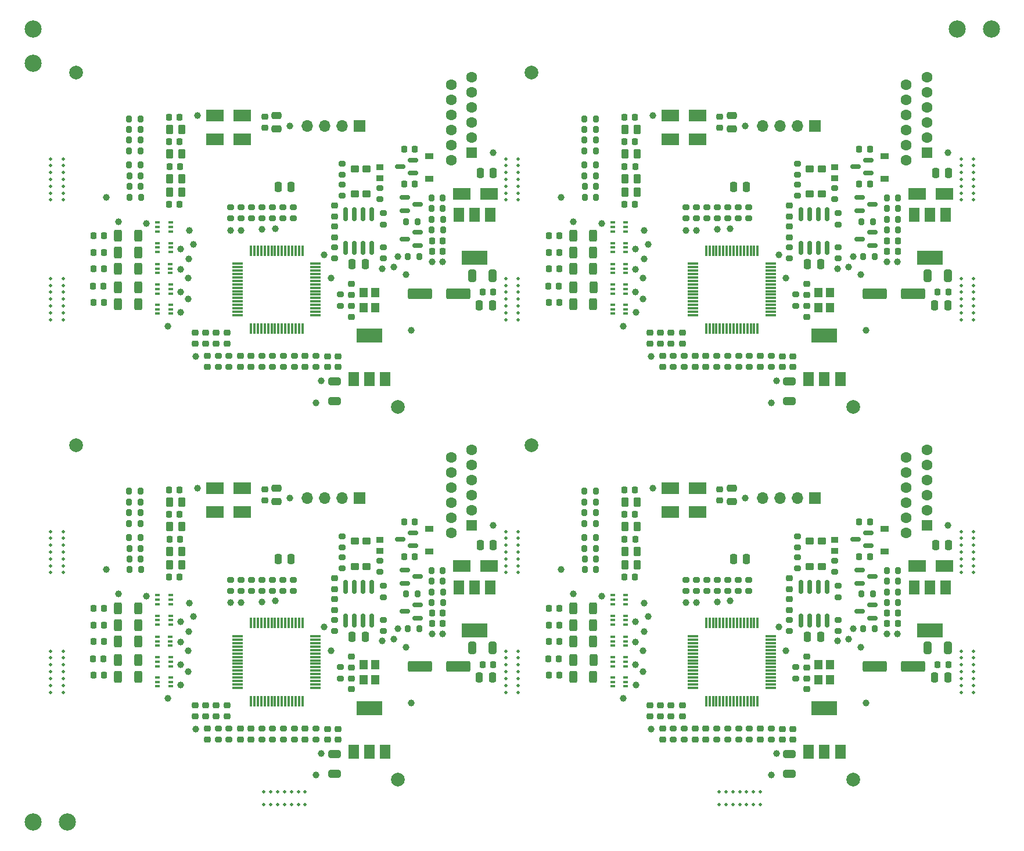
<source format=gbr>
%TF.GenerationSoftware,KiCad,Pcbnew,(6.0.0)*%
%TF.CreationDate,2022-01-03T10:41:28+08:00*%
%TF.ProjectId,SX7H02050048PB,53583748-3032-4303-9530-30343850422e,rev?*%
%TF.SameCoordinates,Original*%
%TF.FileFunction,Soldermask,Bot*%
%TF.FilePolarity,Negative*%
%FSLAX46Y46*%
G04 Gerber Fmt 4.6, Leading zero omitted, Abs format (unit mm)*
G04 Created by KiCad (PCBNEW (6.0.0)) date 2022-01-03 10:41:28*
%MOMM*%
%LPD*%
G01*
G04 APERTURE LIST*
G04 Aperture macros list*
%AMRoundRect*
0 Rectangle with rounded corners*
0 $1 Rounding radius*
0 $2 $3 $4 $5 $6 $7 $8 $9 X,Y pos of 4 corners*
0 Add a 4 corners polygon primitive as box body*
4,1,4,$2,$3,$4,$5,$6,$7,$8,$9,$2,$3,0*
0 Add four circle primitives for the rounded corners*
1,1,$1+$1,$2,$3*
1,1,$1+$1,$4,$5*
1,1,$1+$1,$6,$7*
1,1,$1+$1,$8,$9*
0 Add four rect primitives between the rounded corners*
20,1,$1+$1,$2,$3,$4,$5,0*
20,1,$1+$1,$4,$5,$6,$7,0*
20,1,$1+$1,$6,$7,$8,$9,0*
20,1,$1+$1,$8,$9,$2,$3,0*%
G04 Aperture macros list end*
%ADD10C,0.500000*%
%ADD11R,0.650000X0.400000*%
%ADD12C,2.000000*%
%ADD13C,1.000000*%
%ADD14R,2.500000X1.800000*%
%ADD15RoundRect,0.200000X0.200000X0.275000X-0.200000X0.275000X-0.200000X-0.275000X0.200000X-0.275000X0*%
%ADD16RoundRect,0.225000X-0.250000X0.225000X-0.250000X-0.225000X0.250000X-0.225000X0.250000X0.225000X0*%
%ADD17R,1.500000X2.000000*%
%ADD18R,3.800000X2.000000*%
%ADD19RoundRect,0.250000X-0.312500X-0.625000X0.312500X-0.625000X0.312500X0.625000X-0.312500X0.625000X0*%
%ADD20RoundRect,0.200000X-0.200000X-0.275000X0.200000X-0.275000X0.200000X0.275000X-0.200000X0.275000X0*%
%ADD21RoundRect,0.225000X0.250000X-0.225000X0.250000X0.225000X-0.250000X0.225000X-0.250000X-0.225000X0*%
%ADD22RoundRect,0.250000X1.500000X0.550000X-1.500000X0.550000X-1.500000X-0.550000X1.500000X-0.550000X0*%
%ADD23RoundRect,0.050000X0.525000X0.450000X-0.525000X0.450000X-0.525000X-0.450000X0.525000X-0.450000X0*%
%ADD24RoundRect,0.200000X-0.275000X0.200000X-0.275000X-0.200000X0.275000X-0.200000X0.275000X0.200000X0*%
%ADD25R,1.200000X1.400000*%
%ADD26RoundRect,0.225000X0.225000X0.250000X-0.225000X0.250000X-0.225000X-0.250000X0.225000X-0.250000X0*%
%ADD27RoundRect,0.250000X-0.325000X-0.650000X0.325000X-0.650000X0.325000X0.650000X-0.325000X0.650000X0*%
%ADD28RoundRect,0.225000X-0.225000X-0.250000X0.225000X-0.250000X0.225000X0.250000X-0.225000X0.250000X0*%
%ADD29RoundRect,0.250000X0.262500X0.450000X-0.262500X0.450000X-0.262500X-0.450000X0.262500X-0.450000X0*%
%ADD30RoundRect,0.250000X-0.250000X-0.475000X0.250000X-0.475000X0.250000X0.475000X-0.250000X0.475000X0*%
%ADD31RoundRect,0.250000X-0.650000X0.325000X-0.650000X-0.325000X0.650000X-0.325000X0.650000X0.325000X0*%
%ADD32R,1.000000X0.900000*%
%ADD33RoundRect,0.250000X0.250000X0.475000X-0.250000X0.475000X-0.250000X-0.475000X0.250000X-0.475000X0*%
%ADD34RoundRect,0.150000X-0.587500X-0.150000X0.587500X-0.150000X0.587500X0.150000X-0.587500X0.150000X0*%
%ADD35RoundRect,0.150000X0.587500X0.150000X-0.587500X0.150000X-0.587500X-0.150000X0.587500X-0.150000X0*%
%ADD36RoundRect,0.075000X0.700000X0.075000X-0.700000X0.075000X-0.700000X-0.075000X0.700000X-0.075000X0*%
%ADD37RoundRect,0.075000X0.075000X0.700000X-0.075000X0.700000X-0.075000X-0.700000X0.075000X-0.700000X0*%
%ADD38RoundRect,0.150000X0.150000X-0.825000X0.150000X0.825000X-0.150000X0.825000X-0.150000X-0.825000X0*%
%ADD39RoundRect,0.200000X0.275000X-0.200000X0.275000X0.200000X-0.275000X0.200000X-0.275000X-0.200000X0*%
%ADD40R,1.200000X0.900000*%
%ADD41RoundRect,0.250000X-0.475000X0.250000X-0.475000X-0.250000X0.475000X-0.250000X0.475000X0.250000X0*%
%ADD42R,1.600000X1.600000*%
%ADD43C,1.600000*%
%ADD44R,1.700000X1.700000*%
%ADD45O,1.700000X1.700000*%
%ADD46C,2.500000*%
G04 APERTURE END LIST*
D10*
%TO.C,*%
X128525000Y-135600122D03*
%TD*%
%TO.C,*%
X122525000Y-135600122D03*
%TD*%
%TO.C,*%
X127525000Y-135600122D03*
%TD*%
%TO.C,*%
X123525000Y-135600122D03*
%TD*%
%TO.C,*%
X126525000Y-135600122D03*
%TD*%
%TO.C,*%
X124525000Y-135600122D03*
%TD*%
%TO.C,*%
X125525000Y-135600122D03*
%TD*%
%TO.C,*%
X128525000Y-133800122D03*
%TD*%
%TO.C,*%
X122525000Y-133800122D03*
%TD*%
%TO.C,*%
X127525000Y-133800122D03*
%TD*%
%TO.C,*%
X123525000Y-133800122D03*
%TD*%
%TO.C,*%
X126525000Y-133800122D03*
%TD*%
%TO.C,*%
X124525000Y-133800122D03*
%TD*%
%TO.C,*%
X125525000Y-133800122D03*
%TD*%
%TO.C,*%
X62175000Y-135600122D03*
%TD*%
%TO.C,*%
X56175000Y-135600122D03*
%TD*%
%TO.C,*%
X61175000Y-135600122D03*
%TD*%
%TO.C,*%
X57175000Y-135600122D03*
%TD*%
%TO.C,*%
X60175000Y-135600122D03*
%TD*%
%TO.C,*%
X58175000Y-135600122D03*
%TD*%
%TO.C,*%
X59175000Y-135600122D03*
%TD*%
%TO.C,*%
X62175000Y-133800122D03*
%TD*%
%TO.C,*%
X56175000Y-133800122D03*
%TD*%
%TO.C,*%
X61175000Y-133800122D03*
%TD*%
%TO.C,*%
X57175000Y-133800122D03*
%TD*%
%TO.C,*%
X60175000Y-133800122D03*
%TD*%
%TO.C,*%
X58175000Y-133800122D03*
%TD*%
%TO.C,*%
X59175000Y-133800122D03*
%TD*%
%TO.C,*%
X159600000Y-119250101D03*
%TD*%
%TO.C,*%
X159600000Y-113250101D03*
%TD*%
%TO.C,*%
X159600000Y-118250101D03*
%TD*%
%TO.C,*%
X159600000Y-114250101D03*
%TD*%
%TO.C,*%
X159600000Y-117250101D03*
%TD*%
%TO.C,*%
X159600000Y-115250101D03*
%TD*%
%TO.C,*%
X159600000Y-116250101D03*
%TD*%
%TO.C,*%
X157800000Y-119250101D03*
%TD*%
%TO.C,*%
X157800000Y-113250101D03*
%TD*%
%TO.C,*%
X157800000Y-118250101D03*
%TD*%
%TO.C,*%
X157800000Y-114250101D03*
%TD*%
%TO.C,*%
X157800000Y-117250101D03*
%TD*%
%TO.C,*%
X157800000Y-115250101D03*
%TD*%
%TO.C,*%
X157800000Y-116250101D03*
%TD*%
%TO.C,*%
X159600000Y-101800081D03*
%TD*%
%TO.C,*%
X159600000Y-95800081D03*
%TD*%
%TO.C,*%
X159600000Y-100800081D03*
%TD*%
%TO.C,*%
X159600000Y-96800081D03*
%TD*%
%TO.C,*%
X159600000Y-99800081D03*
%TD*%
%TO.C,*%
X159600000Y-97800081D03*
%TD*%
%TO.C,*%
X159600000Y-98800081D03*
%TD*%
%TO.C,*%
X157800000Y-101800081D03*
%TD*%
%TO.C,*%
X157800000Y-95800081D03*
%TD*%
%TO.C,*%
X157800000Y-100800081D03*
%TD*%
%TO.C,*%
X157800000Y-96800081D03*
%TD*%
%TO.C,*%
X157800000Y-99800081D03*
%TD*%
%TO.C,*%
X157800000Y-97800081D03*
%TD*%
%TO.C,*%
X157800000Y-98800081D03*
%TD*%
%TO.C,*%
X93250000Y-119250101D03*
%TD*%
%TO.C,*%
X93250000Y-113250101D03*
%TD*%
%TO.C,*%
X93250000Y-118250101D03*
%TD*%
%TO.C,*%
X93250000Y-114250101D03*
%TD*%
%TO.C,*%
X93250000Y-117250101D03*
%TD*%
%TO.C,*%
X93250000Y-115250101D03*
%TD*%
%TO.C,*%
X93250000Y-116250101D03*
%TD*%
%TO.C,*%
X91450000Y-119250101D03*
%TD*%
%TO.C,*%
X91450000Y-113250101D03*
%TD*%
%TO.C,*%
X91450000Y-118250101D03*
%TD*%
%TO.C,*%
X91450000Y-114250101D03*
%TD*%
%TO.C,*%
X91450000Y-117250101D03*
%TD*%
%TO.C,*%
X91450000Y-115250101D03*
%TD*%
%TO.C,*%
X91450000Y-116250101D03*
%TD*%
%TO.C,*%
X93250000Y-101800081D03*
%TD*%
%TO.C,*%
X93250000Y-95800081D03*
%TD*%
%TO.C,*%
X93250000Y-100800081D03*
%TD*%
%TO.C,*%
X93250000Y-96800081D03*
%TD*%
%TO.C,*%
X93250000Y-99800081D03*
%TD*%
%TO.C,*%
X93250000Y-97800081D03*
%TD*%
%TO.C,*%
X93250000Y-98800081D03*
%TD*%
%TO.C,*%
X91450000Y-101800081D03*
%TD*%
%TO.C,*%
X91450000Y-95800081D03*
%TD*%
%TO.C,*%
X91450000Y-100800081D03*
%TD*%
%TO.C,*%
X91450000Y-96800081D03*
%TD*%
%TO.C,*%
X91450000Y-99800081D03*
%TD*%
%TO.C,*%
X91450000Y-97800081D03*
%TD*%
%TO.C,*%
X91450000Y-98800081D03*
%TD*%
%TO.C,*%
X26900000Y-119250101D03*
%TD*%
%TO.C,*%
X26900000Y-113250101D03*
%TD*%
%TO.C,*%
X26900000Y-118250101D03*
%TD*%
%TO.C,*%
X26900000Y-114250101D03*
%TD*%
%TO.C,*%
X26900000Y-117250101D03*
%TD*%
%TO.C,*%
X26900000Y-115250101D03*
%TD*%
%TO.C,*%
X26900000Y-116250101D03*
%TD*%
%TO.C,*%
X25100000Y-119250101D03*
%TD*%
%TO.C,*%
X25100000Y-113250101D03*
%TD*%
%TO.C,*%
X25100000Y-118250101D03*
%TD*%
%TO.C,*%
X25100000Y-114250101D03*
%TD*%
%TO.C,*%
X25100000Y-117250101D03*
%TD*%
%TO.C,*%
X25100000Y-115250101D03*
%TD*%
%TO.C,*%
X25100000Y-116250101D03*
%TD*%
%TO.C,*%
X26900000Y-101800081D03*
%TD*%
%TO.C,*%
X26900000Y-95800081D03*
%TD*%
%TO.C,*%
X26900000Y-100800081D03*
%TD*%
%TO.C,*%
X26900000Y-96800081D03*
%TD*%
%TO.C,*%
X26900000Y-99800081D03*
%TD*%
%TO.C,*%
X26900000Y-97800081D03*
%TD*%
%TO.C,*%
X26900000Y-98800081D03*
%TD*%
%TO.C,*%
X25100000Y-101800081D03*
%TD*%
%TO.C,*%
X25100000Y-95800081D03*
%TD*%
%TO.C,*%
X25100000Y-100800081D03*
%TD*%
%TO.C,*%
X25100000Y-96800081D03*
%TD*%
%TO.C,*%
X25100000Y-99800081D03*
%TD*%
%TO.C,*%
X25100000Y-97800081D03*
%TD*%
%TO.C,*%
X25100000Y-98800081D03*
%TD*%
%TO.C,*%
X159600000Y-64900040D03*
%TD*%
%TO.C,*%
X159600000Y-58900040D03*
%TD*%
%TO.C,*%
X159600000Y-63900040D03*
%TD*%
%TO.C,*%
X159600000Y-59900040D03*
%TD*%
%TO.C,*%
X159600000Y-62900040D03*
%TD*%
%TO.C,*%
X159600000Y-60900040D03*
%TD*%
%TO.C,*%
X159600000Y-61900040D03*
%TD*%
%TO.C,*%
X157800000Y-64900040D03*
%TD*%
%TO.C,*%
X157800000Y-58900040D03*
%TD*%
%TO.C,*%
X157800000Y-63900040D03*
%TD*%
%TO.C,*%
X157800000Y-59900040D03*
%TD*%
%TO.C,*%
X157800000Y-62900040D03*
%TD*%
%TO.C,*%
X157800000Y-60900040D03*
%TD*%
%TO.C,*%
X157800000Y-61900040D03*
%TD*%
%TO.C,*%
X159600000Y-47450020D03*
%TD*%
%TO.C,*%
X159600000Y-41450020D03*
%TD*%
%TO.C,*%
X159600000Y-46450020D03*
%TD*%
%TO.C,*%
X159600000Y-42450020D03*
%TD*%
%TO.C,*%
X159600000Y-45450020D03*
%TD*%
%TO.C,*%
X159600000Y-43450020D03*
%TD*%
%TO.C,*%
X159600000Y-44450020D03*
%TD*%
%TO.C,*%
X157800000Y-47450020D03*
%TD*%
%TO.C,*%
X157800000Y-41450020D03*
%TD*%
%TO.C,*%
X157800000Y-46450020D03*
%TD*%
%TO.C,*%
X157800000Y-42450020D03*
%TD*%
%TO.C,*%
X157800000Y-45450020D03*
%TD*%
%TO.C,*%
X157800000Y-43450020D03*
%TD*%
%TO.C,*%
X157800000Y-44450020D03*
%TD*%
%TO.C,*%
X93250000Y-64900040D03*
%TD*%
%TO.C,*%
X93250000Y-58900040D03*
%TD*%
%TO.C,*%
X93250000Y-63900040D03*
%TD*%
%TO.C,*%
X93250000Y-59900040D03*
%TD*%
%TO.C,*%
X93250000Y-62900040D03*
%TD*%
%TO.C,*%
X93250000Y-60900040D03*
%TD*%
%TO.C,*%
X93250000Y-61900040D03*
%TD*%
%TO.C,*%
X91450000Y-64900040D03*
%TD*%
%TO.C,*%
X91450000Y-58900040D03*
%TD*%
%TO.C,*%
X91450000Y-63900040D03*
%TD*%
%TO.C,*%
X91450000Y-59900040D03*
%TD*%
%TO.C,*%
X91450000Y-62900040D03*
%TD*%
%TO.C,*%
X91450000Y-60900040D03*
%TD*%
%TO.C,*%
X91450000Y-61900040D03*
%TD*%
%TO.C,*%
X93250000Y-47450020D03*
%TD*%
%TO.C,*%
X93250000Y-41450020D03*
%TD*%
%TO.C,*%
X93250000Y-46450020D03*
%TD*%
%TO.C,*%
X93250000Y-42450020D03*
%TD*%
%TO.C,*%
X93250000Y-45450020D03*
%TD*%
%TO.C,*%
X93250000Y-43450020D03*
%TD*%
%TO.C,*%
X93250000Y-44450020D03*
%TD*%
%TO.C,*%
X91450000Y-47450020D03*
%TD*%
%TO.C,*%
X91450000Y-41450020D03*
%TD*%
%TO.C,*%
X91450000Y-46450020D03*
%TD*%
%TO.C,*%
X91450000Y-42450020D03*
%TD*%
%TO.C,*%
X91450000Y-45450020D03*
%TD*%
%TO.C,*%
X91450000Y-43450020D03*
%TD*%
%TO.C,*%
X91450000Y-44450020D03*
%TD*%
%TO.C,*%
X26900000Y-64900040D03*
%TD*%
%TO.C,*%
X26900000Y-58900040D03*
%TD*%
%TO.C,*%
X26900000Y-63900040D03*
%TD*%
%TO.C,*%
X26900000Y-59900040D03*
%TD*%
%TO.C,*%
X26900000Y-62900040D03*
%TD*%
%TO.C,*%
X26900000Y-60900040D03*
%TD*%
%TO.C,*%
X26900000Y-61900040D03*
%TD*%
%TO.C,*%
X25100000Y-64900040D03*
%TD*%
%TO.C,*%
X25100000Y-58900040D03*
%TD*%
%TO.C,*%
X25100000Y-63900040D03*
%TD*%
%TO.C,*%
X25100000Y-59900040D03*
%TD*%
%TO.C,*%
X25100000Y-62900040D03*
%TD*%
%TO.C,*%
X25100000Y-60900040D03*
%TD*%
%TO.C,*%
X25100000Y-61900040D03*
%TD*%
%TO.C,*%
X26900000Y-47450020D03*
%TD*%
%TO.C,*%
X26900000Y-41450020D03*
%TD*%
%TO.C,*%
X26900000Y-46450020D03*
%TD*%
%TO.C,*%
X26900000Y-42450020D03*
%TD*%
%TO.C,*%
X26900000Y-45450020D03*
%TD*%
%TO.C,*%
X26900000Y-43450020D03*
%TD*%
%TO.C,*%
X26900000Y-44450020D03*
%TD*%
%TO.C,*%
X25100000Y-47450020D03*
%TD*%
%TO.C,*%
X25100000Y-41450020D03*
%TD*%
%TO.C,*%
X25100000Y-46450020D03*
%TD*%
%TO.C,*%
X25100000Y-42450020D03*
%TD*%
%TO.C,*%
X25100000Y-45450020D03*
%TD*%
%TO.C,*%
X25100000Y-43450020D03*
%TD*%
%TO.C,*%
X25100000Y-44450020D03*
%TD*%
D11*
%TO.C,Q105*%
X107001798Y-118382814D03*
X107001798Y-117732814D03*
X107001798Y-117082814D03*
X108901798Y-117082814D03*
X108901798Y-117732814D03*
X108901798Y-118382814D03*
%TD*%
D12*
%TO.C,MARK3*%
X142056998Y-131987114D03*
%TD*%
D13*
%TO.C,TP86*%
X110396198Y-118168414D03*
%TD*%
D14*
%TO.C,D104*%
X115375998Y-92961114D03*
X119375998Y-92961114D03*
%TD*%
D15*
%TO.C,R123*%
X104527998Y-91502514D03*
X102877998Y-91502514D03*
%TD*%
D16*
%TO.C,C123*%
X117164998Y-121182114D03*
X117164998Y-122732114D03*
%TD*%
D13*
%TO.C,TP15*%
X130118998Y-131355114D03*
%TD*%
D17*
%TO.C,Q102*%
X150932998Y-103948114D03*
X153232998Y-103948114D03*
D18*
X153232998Y-110248114D03*
D17*
X155532998Y-103948114D03*
%TD*%
D19*
%TO.C,R143*%
X101239298Y-106982814D03*
X104164298Y-106982814D03*
%TD*%
D20*
%TO.C,R129*%
X102877998Y-94626714D03*
X104527998Y-94626714D03*
%TD*%
D13*
%TO.C,TP8*%
X142056998Y-110019114D03*
%TD*%
D20*
%TO.C,R128*%
X102890998Y-98258914D03*
X104540998Y-98258914D03*
%TD*%
D21*
%TO.C,C115*%
X135275198Y-118820514D03*
X135275198Y-117270514D03*
%TD*%
D13*
%TO.C,TP82*%
X111576998Y-110429614D03*
%TD*%
D15*
%TO.C,R125*%
X104527998Y-93051914D03*
X102877998Y-93051914D03*
%TD*%
D21*
%TO.C,L102*%
X119069998Y-126108414D03*
X119069998Y-124558414D03*
%TD*%
D22*
%TO.C,C104*%
X150825998Y-115480114D03*
X145225998Y-115480114D03*
%TD*%
D16*
%TO.C,C112*%
X122625998Y-89686114D03*
X122625998Y-91236114D03*
%TD*%
D23*
%TO.C,L104*%
X137490098Y-97230514D03*
X137490098Y-100910514D03*
X135760098Y-100910514D03*
X135760098Y-97230514D03*
%TD*%
D13*
%TO.C,TP24*%
X141421998Y-111543114D03*
%TD*%
D24*
%TO.C,R148*%
X133928998Y-96494114D03*
X133928998Y-98144114D03*
%TD*%
D13*
%TO.C,TP73*%
X105408898Y-105197214D03*
%TD*%
D25*
%TO.C,Y101*%
X138715998Y-115269114D03*
X138715998Y-117469114D03*
X137015998Y-117469114D03*
X137015998Y-115269114D03*
%TD*%
D26*
%TO.C,C142*%
X99131598Y-114409214D03*
X97581598Y-114409214D03*
%TD*%
D13*
%TO.C,TP81*%
X111449998Y-116242114D03*
%TD*%
%TO.C,TP47*%
X99511998Y-101383114D03*
%TD*%
D24*
%TO.C,R117*%
X130118998Y-124508414D03*
X130118998Y-126158414D03*
%TD*%
D27*
%TO.C,C103*%
X152900998Y-112813114D03*
X155850998Y-112813114D03*
%TD*%
D28*
%TO.C,C102*%
X147009398Y-107733114D03*
X148559398Y-107733114D03*
%TD*%
D29*
%TO.C,R130*%
X110584498Y-100697314D03*
X108759498Y-100697314D03*
%TD*%
D13*
%TO.C,TP13*%
X112592998Y-124624114D03*
%TD*%
D30*
%TO.C,C107*%
X153933998Y-117131114D03*
X155833998Y-117131114D03*
%TD*%
D26*
%TO.C,C141*%
X99226798Y-116732814D03*
X97676798Y-116732814D03*
%TD*%
D24*
%TO.C,R108*%
X115844098Y-124508414D03*
X115844098Y-126158414D03*
%TD*%
%TO.C,R139*%
X125360698Y-124508414D03*
X125360698Y-126158414D03*
%TD*%
D28*
%TO.C,C130*%
X108693798Y-93331314D03*
X110243798Y-93331314D03*
%TD*%
D13*
%TO.C,TP75*%
X111606498Y-106264014D03*
%TD*%
%TO.C,TP9*%
X147009998Y-110781114D03*
%TD*%
D26*
%TO.C,L101*%
X148546998Y-109257114D03*
X146996998Y-109257114D03*
%TD*%
%TO.C,C143*%
X99226798Y-109482814D03*
X97676798Y-109482814D03*
%TD*%
D13*
%TO.C,TP69*%
X101289998Y-104939114D03*
%TD*%
D31*
%TO.C,C108*%
X132785998Y-128229114D03*
X132785998Y-131179114D03*
%TD*%
D14*
%TO.C,D102*%
X151359998Y-100875114D03*
X155359998Y-100875114D03*
%TD*%
D21*
%TO.C,C147*%
X132785998Y-107238114D03*
X132785998Y-105688114D03*
%TD*%
D15*
%TO.C,R122*%
X104566398Y-99833714D03*
X102916398Y-99833714D03*
%TD*%
D24*
%TO.C,R107*%
X117418998Y-124508414D03*
X117418998Y-126158414D03*
%TD*%
D13*
%TO.C,TP51*%
X117672998Y-106209114D03*
%TD*%
D24*
%TO.C,R153*%
X132785998Y-108686114D03*
X132785998Y-110336114D03*
%TD*%
D13*
%TO.C,TP76*%
X110345398Y-111920014D03*
%TD*%
D16*
%TO.C,C126*%
X113989998Y-121182114D03*
X113989998Y-122732114D03*
%TD*%
D32*
%TO.C,R149*%
X139389998Y-97027116D03*
X139389998Y-98627118D03*
%TD*%
D16*
%TO.C,C125*%
X115513998Y-121182114D03*
X115513998Y-122732114D03*
%TD*%
D29*
%TO.C,R133*%
X110584498Y-95109314D03*
X108759498Y-95109314D03*
%TD*%
D24*
%TO.C,R137*%
X123774598Y-124508414D03*
X123774598Y-126158414D03*
%TD*%
%TO.C,R113*%
X120720998Y-102844114D03*
X120720998Y-104494114D03*
%TD*%
D13*
%TO.C,TP2*%
X132277998Y-113194114D03*
%TD*%
D16*
%TO.C,C106*%
X114257998Y-124558414D03*
X114257998Y-126108414D03*
%TD*%
D24*
%TO.C,R111*%
X133700398Y-115594914D03*
X133700398Y-117244914D03*
%TD*%
%TO.C,R136*%
X122244998Y-102844114D03*
X122244998Y-104494114D03*
%TD*%
D20*
%TO.C,R104*%
X146959398Y-106153114D03*
X148609398Y-106153114D03*
%TD*%
D21*
%TO.C,C146*%
X132785998Y-104190114D03*
X132785998Y-102640114D03*
%TD*%
D28*
%TO.C,C127*%
X108693798Y-102475314D03*
X110243798Y-102475314D03*
%TD*%
D33*
%TO.C,C101*%
X155960998Y-97827114D03*
X154060998Y-97827114D03*
%TD*%
D12*
%TO.C,MARK4*%
X95162998Y-83187114D03*
%TD*%
D13*
%TO.C,TP94*%
X130880998Y-128180114D03*
%TD*%
D34*
%TO.C,Q101*%
X143024498Y-103349114D03*
X143024498Y-101449114D03*
X144899498Y-102399114D03*
%TD*%
D11*
%TO.C,Q104*%
X106992598Y-112458014D03*
X106992598Y-111808014D03*
X106992598Y-111158014D03*
X108892598Y-111158014D03*
X108892598Y-111808014D03*
X108892598Y-112458014D03*
%TD*%
D19*
%TO.C,R145*%
X101239298Y-116982814D03*
X104164298Y-116982814D03*
%TD*%
D20*
%TO.C,R101*%
X143517998Y-110019114D03*
X145167998Y-110019114D03*
%TD*%
D11*
%TO.C,Q107*%
X107001798Y-109382814D03*
X107001798Y-108732814D03*
X107001798Y-108082814D03*
X108901798Y-108082814D03*
X108901798Y-108732814D03*
X108901798Y-109382814D03*
%TD*%
D35*
%TO.C,D103*%
X144899498Y-106529114D03*
X144899498Y-108429114D03*
X143024498Y-107479114D03*
%TD*%
D36*
%TO.C,U102*%
X130053598Y-111095114D03*
X130053598Y-111595114D03*
X130053598Y-112095114D03*
X130053598Y-112595114D03*
X130053598Y-113095114D03*
X130053598Y-113595114D03*
X130053598Y-114095114D03*
X130053598Y-114595114D03*
X130053598Y-115095114D03*
X130053598Y-115595114D03*
X130053598Y-116095114D03*
X130053598Y-116595114D03*
X130053598Y-117095114D03*
X130053598Y-117595114D03*
X130053598Y-118095114D03*
X130053598Y-118595114D03*
D37*
X128128598Y-120520114D03*
X127628598Y-120520114D03*
X127128598Y-120520114D03*
X126628598Y-120520114D03*
X126128598Y-120520114D03*
X125628598Y-120520114D03*
X125128598Y-120520114D03*
X124628598Y-120520114D03*
X124128598Y-120520114D03*
X123628598Y-120520114D03*
X123128598Y-120520114D03*
X122628598Y-120520114D03*
X122128598Y-120520114D03*
X121628598Y-120520114D03*
X121128598Y-120520114D03*
X120628598Y-120520114D03*
D36*
X118703598Y-118595114D03*
X118703598Y-118095114D03*
X118703598Y-117595114D03*
X118703598Y-117095114D03*
X118703598Y-116595114D03*
X118703598Y-116095114D03*
X118703598Y-115595114D03*
X118703598Y-115095114D03*
X118703598Y-114595114D03*
X118703598Y-114095114D03*
X118703598Y-113595114D03*
X118703598Y-113095114D03*
X118703598Y-112595114D03*
X118703598Y-112095114D03*
X118703598Y-111595114D03*
X118703598Y-111095114D03*
D37*
X120628598Y-109170114D03*
X121128598Y-109170114D03*
X121628598Y-109170114D03*
X122128598Y-109170114D03*
X122628598Y-109170114D03*
X123128598Y-109170114D03*
X123628598Y-109170114D03*
X124128598Y-109170114D03*
X124628598Y-109170114D03*
X125128598Y-109170114D03*
X125628598Y-109170114D03*
X126128598Y-109170114D03*
X126628598Y-109170114D03*
X127128598Y-109170114D03*
X127628598Y-109170114D03*
X128128598Y-109170114D03*
%TD*%
D17*
%TO.C,U101*%
X140165998Y-127901114D03*
D18*
X137865998Y-121601114D03*
D17*
X137865998Y-127901114D03*
X135565998Y-127901114D03*
%TD*%
D28*
%TO.C,C105*%
X154362998Y-115226114D03*
X155912998Y-115226114D03*
%TD*%
D35*
%TO.C,D108*%
X144264498Y-95988114D03*
X144264498Y-97888114D03*
X142389498Y-96938114D03*
%TD*%
D24*
%TO.C,R141*%
X122188498Y-124508414D03*
X122188498Y-126158414D03*
%TD*%
D26*
%TO.C,C140*%
X99217598Y-111822414D03*
X97667598Y-111822414D03*
%TD*%
D15*
%TO.C,R105*%
X148596998Y-101510114D03*
X146946998Y-101510114D03*
%TD*%
D13*
%TO.C,TP58*%
X124149998Y-105955114D03*
%TD*%
D24*
%TO.C,R150*%
X133928998Y-99542114D03*
X133928998Y-101192114D03*
%TD*%
D38*
%TO.C,U104*%
X138246998Y-108811114D03*
X136976998Y-108811114D03*
X135706998Y-108811114D03*
X134436998Y-108811114D03*
X134436998Y-103861114D03*
X135706998Y-103861114D03*
X136976998Y-103861114D03*
X138246998Y-103861114D03*
%TD*%
D21*
%TO.C,C110*%
X131769998Y-126161114D03*
X131769998Y-124611114D03*
%TD*%
D39*
%TO.C,R151*%
X139389998Y-101700114D03*
X139389998Y-100050114D03*
%TD*%
D40*
%TO.C,D101*%
X146628998Y-98715114D03*
X146628998Y-95415114D03*
%TD*%
D19*
%TO.C,R146*%
X101262898Y-114510814D03*
X104187898Y-114510814D03*
%TD*%
D11*
%TO.C,Q103*%
X107001798Y-106382814D03*
X107001798Y-105732814D03*
X107001798Y-105082814D03*
X108901798Y-105082814D03*
X108901798Y-105732814D03*
X108901798Y-106382814D03*
%TD*%
D28*
%TO.C,C128*%
X108693798Y-89775314D03*
X110243798Y-89775314D03*
%TD*%
D11*
%TO.C,Q106*%
X107001798Y-115440214D03*
X107001798Y-114790214D03*
X107001798Y-114140214D03*
X108901798Y-114140214D03*
X108901798Y-114790214D03*
X108901798Y-115440214D03*
%TD*%
D13*
%TO.C,TP16*%
X126308998Y-90969114D03*
%TD*%
D19*
%TO.C,R144*%
X101230098Y-111822414D03*
X104155098Y-111822414D03*
%TD*%
D13*
%TO.C,TP5*%
X143199998Y-112686114D03*
%TD*%
D24*
%TO.C,R142*%
X126946798Y-124508414D03*
X126946798Y-126158414D03*
%TD*%
%TO.C,R114*%
X123768998Y-102844114D03*
X123768998Y-104494114D03*
%TD*%
%TO.C,R135*%
X119196998Y-102844114D03*
X119196998Y-104494114D03*
%TD*%
D19*
%TO.C,R147*%
X101239298Y-109482814D03*
X104164298Y-109482814D03*
%TD*%
D16*
%TO.C,C137*%
X120602398Y-124558414D03*
X120602398Y-126108414D03*
%TD*%
D30*
%TO.C,C132*%
X124596998Y-99859114D03*
X126496998Y-99859114D03*
%TD*%
D13*
%TO.C,TP7*%
X148533998Y-110781114D03*
%TD*%
D21*
%TO.C,C111*%
X133293998Y-126161114D03*
X133293998Y-124611114D03*
%TD*%
D15*
%TO.C,R106*%
X148596998Y-103034114D03*
X146946998Y-103034114D03*
%TD*%
D39*
%TO.C,R115*%
X125292998Y-104494114D03*
X125292998Y-102844114D03*
%TD*%
D15*
%TO.C,R103*%
X148609398Y-104629114D03*
X146959398Y-104629114D03*
%TD*%
D20*
%TO.C,R126*%
X102941798Y-101383114D03*
X104591798Y-101383114D03*
%TD*%
D28*
%TO.C,C145*%
X142932998Y-99478114D03*
X144482998Y-99478114D03*
%TD*%
D41*
%TO.C,C109*%
X124375998Y-89511114D03*
X124375998Y-91411114D03*
%TD*%
D20*
%TO.C,R127*%
X102877998Y-89953114D03*
X104527998Y-89953114D03*
%TD*%
D16*
%TO.C,C114*%
X135275198Y-114070114D03*
X135275198Y-115620114D03*
%TD*%
%TO.C,C124*%
X112465998Y-121182114D03*
X112465998Y-122732114D03*
%TD*%
D14*
%TO.C,D105*%
X115375998Y-89461114D03*
X119375998Y-89461114D03*
%TD*%
D13*
%TO.C,TP60*%
X122244998Y-106082114D03*
%TD*%
D16*
%TO.C,C138*%
X128532898Y-124558414D03*
X128532898Y-126108414D03*
%TD*%
D13*
%TO.C,TP4*%
X155899998Y-94906114D03*
%TD*%
D29*
%TO.C,R131*%
X110584498Y-91553314D03*
X108759498Y-91553314D03*
%TD*%
D13*
%TO.C,TP17*%
X112858998Y-89454114D03*
%TD*%
%TO.C,TP71*%
X111449998Y-113194114D03*
%TD*%
D29*
%TO.C,R132*%
X110584498Y-98716114D03*
X108759498Y-98716114D03*
%TD*%
D13*
%TO.C,TP25*%
X131261998Y-109765114D03*
%TD*%
D26*
%TO.C,C139*%
X99226798Y-106982814D03*
X97676798Y-106982814D03*
%TD*%
D13*
%TO.C,TP88*%
X110345398Y-108922814D03*
%TD*%
D20*
%TO.C,R102*%
X143263998Y-104939114D03*
X144913998Y-104939114D03*
%TD*%
D24*
%TO.C,R152*%
X139897998Y-103733114D03*
X139897998Y-105383114D03*
%TD*%
D13*
%TO.C,TP80*%
X108528998Y-120179114D03*
%TD*%
D24*
%TO.C,R154*%
X139897998Y-108686114D03*
X139897998Y-110336114D03*
%TD*%
D13*
%TO.C,TP72*%
X112211998Y-108241114D03*
%TD*%
%TO.C,TP57*%
X119196998Y-106209114D03*
%TD*%
D28*
%TO.C,C129*%
X108744598Y-96938114D03*
X110294598Y-96938114D03*
%TD*%
D26*
%TO.C,C144*%
X144482998Y-94398114D03*
X142932998Y-94398114D03*
%TD*%
D39*
%TO.C,R134*%
X117672998Y-104494114D03*
X117672998Y-102844114D03*
%TD*%
%TO.C,L105*%
X126816998Y-104494114D03*
X126816998Y-102844114D03*
%TD*%
D15*
%TO.C,R124*%
X104527998Y-96709514D03*
X102877998Y-96709514D03*
%TD*%
D30*
%TO.C,C148*%
X135391998Y-111162114D03*
X137291998Y-111162114D03*
%TD*%
D13*
%TO.C,TP12*%
X143961998Y-120814114D03*
%TD*%
%TO.C,TP23*%
X139770998Y-111797114D03*
%TD*%
%TO.C,TP87*%
X110345398Y-115222014D03*
%TD*%
D42*
%TO.C,J1*%
X152812998Y-94937114D03*
D43*
X152812998Y-92737114D03*
X152812998Y-90537114D03*
X152812998Y-88337114D03*
X152812998Y-86137114D03*
X152812998Y-83937114D03*
X149812998Y-96037114D03*
X149812998Y-93837114D03*
X149812998Y-91637114D03*
X149812998Y-89437114D03*
X149812998Y-87237114D03*
X149812998Y-85037114D03*
%TD*%
D44*
%TO.C,J101*%
X136458998Y-90969114D03*
D45*
X133918998Y-90969114D03*
X131378998Y-90969114D03*
X128838998Y-90969114D03*
%TD*%
D11*
%TO.C,Q105*%
X40651798Y-118382814D03*
X40651798Y-117732814D03*
X40651798Y-117082814D03*
X42551798Y-117082814D03*
X42551798Y-117732814D03*
X42551798Y-118382814D03*
%TD*%
D12*
%TO.C,MARK3*%
X75706998Y-131987114D03*
%TD*%
D13*
%TO.C,TP86*%
X44046198Y-118168414D03*
%TD*%
D14*
%TO.C,D104*%
X49025998Y-92961114D03*
X53025998Y-92961114D03*
%TD*%
D15*
%TO.C,R123*%
X38177998Y-91502514D03*
X36527998Y-91502514D03*
%TD*%
D16*
%TO.C,C123*%
X50814998Y-121182114D03*
X50814998Y-122732114D03*
%TD*%
D13*
%TO.C,TP15*%
X63768998Y-131355114D03*
%TD*%
D17*
%TO.C,Q102*%
X84582998Y-103948114D03*
X86882998Y-103948114D03*
D18*
X86882998Y-110248114D03*
D17*
X89182998Y-103948114D03*
%TD*%
D19*
%TO.C,R143*%
X34889298Y-106982814D03*
X37814298Y-106982814D03*
%TD*%
D20*
%TO.C,R129*%
X36527998Y-94626714D03*
X38177998Y-94626714D03*
%TD*%
D13*
%TO.C,TP8*%
X75706998Y-110019114D03*
%TD*%
D20*
%TO.C,R128*%
X36540998Y-98258914D03*
X38190998Y-98258914D03*
%TD*%
D21*
%TO.C,C115*%
X68925198Y-118820514D03*
X68925198Y-117270514D03*
%TD*%
D13*
%TO.C,TP82*%
X45226998Y-110429614D03*
%TD*%
D15*
%TO.C,R125*%
X38177998Y-93051914D03*
X36527998Y-93051914D03*
%TD*%
D21*
%TO.C,L102*%
X52719998Y-126108414D03*
X52719998Y-124558414D03*
%TD*%
D22*
%TO.C,C104*%
X84475998Y-115480114D03*
X78875998Y-115480114D03*
%TD*%
D16*
%TO.C,C112*%
X56275998Y-89686114D03*
X56275998Y-91236114D03*
%TD*%
D23*
%TO.C,L104*%
X71140098Y-97230514D03*
X71140098Y-100910514D03*
X69410098Y-100910514D03*
X69410098Y-97230514D03*
%TD*%
D13*
%TO.C,TP24*%
X75071998Y-111543114D03*
%TD*%
D24*
%TO.C,R148*%
X67578998Y-96494114D03*
X67578998Y-98144114D03*
%TD*%
D13*
%TO.C,TP73*%
X39058898Y-105197214D03*
%TD*%
D25*
%TO.C,Y101*%
X72365998Y-115269114D03*
X72365998Y-117469114D03*
X70665998Y-117469114D03*
X70665998Y-115269114D03*
%TD*%
D26*
%TO.C,C142*%
X32781598Y-114409214D03*
X31231598Y-114409214D03*
%TD*%
D13*
%TO.C,TP81*%
X45099998Y-116242114D03*
%TD*%
%TO.C,TP47*%
X33161998Y-101383114D03*
%TD*%
D24*
%TO.C,R117*%
X63768998Y-124508414D03*
X63768998Y-126158414D03*
%TD*%
D27*
%TO.C,C103*%
X86550998Y-112813114D03*
X89500998Y-112813114D03*
%TD*%
D28*
%TO.C,C102*%
X80659398Y-107733114D03*
X82209398Y-107733114D03*
%TD*%
D29*
%TO.C,R130*%
X44234498Y-100697314D03*
X42409498Y-100697314D03*
%TD*%
D13*
%TO.C,TP13*%
X46242998Y-124624114D03*
%TD*%
D30*
%TO.C,C107*%
X87583998Y-117131114D03*
X89483998Y-117131114D03*
%TD*%
D26*
%TO.C,C141*%
X32876798Y-116732814D03*
X31326798Y-116732814D03*
%TD*%
D24*
%TO.C,R108*%
X49494098Y-124508414D03*
X49494098Y-126158414D03*
%TD*%
%TO.C,R139*%
X59010698Y-124508414D03*
X59010698Y-126158414D03*
%TD*%
D28*
%TO.C,C130*%
X42343798Y-93331314D03*
X43893798Y-93331314D03*
%TD*%
D13*
%TO.C,TP75*%
X45256498Y-106264014D03*
%TD*%
%TO.C,TP9*%
X80659998Y-110781114D03*
%TD*%
D26*
%TO.C,L101*%
X82196998Y-109257114D03*
X80646998Y-109257114D03*
%TD*%
%TO.C,C143*%
X32876798Y-109482814D03*
X31326798Y-109482814D03*
%TD*%
D13*
%TO.C,TP69*%
X34939998Y-104939114D03*
%TD*%
D31*
%TO.C,C108*%
X66435998Y-128229114D03*
X66435998Y-131179114D03*
%TD*%
D14*
%TO.C,D102*%
X85009998Y-100875114D03*
X89009998Y-100875114D03*
%TD*%
D21*
%TO.C,C147*%
X66435998Y-107238114D03*
X66435998Y-105688114D03*
%TD*%
D15*
%TO.C,R122*%
X38216398Y-99833714D03*
X36566398Y-99833714D03*
%TD*%
D24*
%TO.C,R107*%
X51068998Y-124508414D03*
X51068998Y-126158414D03*
%TD*%
D13*
%TO.C,TP51*%
X51322998Y-106209114D03*
%TD*%
D24*
%TO.C,R153*%
X66435998Y-108686114D03*
X66435998Y-110336114D03*
%TD*%
D13*
%TO.C,TP76*%
X43995398Y-111920014D03*
%TD*%
D16*
%TO.C,C126*%
X47639998Y-121182114D03*
X47639998Y-122732114D03*
%TD*%
D32*
%TO.C,R149*%
X73039998Y-97027116D03*
X73039998Y-98627118D03*
%TD*%
D16*
%TO.C,C125*%
X49163998Y-121182114D03*
X49163998Y-122732114D03*
%TD*%
D29*
%TO.C,R133*%
X44234498Y-95109314D03*
X42409498Y-95109314D03*
%TD*%
D24*
%TO.C,R137*%
X57424598Y-124508414D03*
X57424598Y-126158414D03*
%TD*%
%TO.C,R113*%
X54370998Y-102844114D03*
X54370998Y-104494114D03*
%TD*%
D13*
%TO.C,TP2*%
X65927998Y-113194114D03*
%TD*%
D16*
%TO.C,C106*%
X47907998Y-124558414D03*
X47907998Y-126108414D03*
%TD*%
D24*
%TO.C,R111*%
X67350398Y-115594914D03*
X67350398Y-117244914D03*
%TD*%
%TO.C,R136*%
X55894998Y-102844114D03*
X55894998Y-104494114D03*
%TD*%
D20*
%TO.C,R104*%
X80609398Y-106153114D03*
X82259398Y-106153114D03*
%TD*%
D21*
%TO.C,C146*%
X66435998Y-104190114D03*
X66435998Y-102640114D03*
%TD*%
D28*
%TO.C,C127*%
X42343798Y-102475314D03*
X43893798Y-102475314D03*
%TD*%
D33*
%TO.C,C101*%
X89610998Y-97827114D03*
X87710998Y-97827114D03*
%TD*%
D12*
%TO.C,MARK4*%
X28812998Y-83187114D03*
%TD*%
D13*
%TO.C,TP94*%
X64530998Y-128180114D03*
%TD*%
D34*
%TO.C,Q101*%
X76674498Y-103349114D03*
X76674498Y-101449114D03*
X78549498Y-102399114D03*
%TD*%
D11*
%TO.C,Q104*%
X40642598Y-112458014D03*
X40642598Y-111808014D03*
X40642598Y-111158014D03*
X42542598Y-111158014D03*
X42542598Y-111808014D03*
X42542598Y-112458014D03*
%TD*%
D19*
%TO.C,R145*%
X34889298Y-116982814D03*
X37814298Y-116982814D03*
%TD*%
D20*
%TO.C,R101*%
X77167998Y-110019114D03*
X78817998Y-110019114D03*
%TD*%
D11*
%TO.C,Q107*%
X40651798Y-109382814D03*
X40651798Y-108732814D03*
X40651798Y-108082814D03*
X42551798Y-108082814D03*
X42551798Y-108732814D03*
X42551798Y-109382814D03*
%TD*%
D35*
%TO.C,D103*%
X78549498Y-106529114D03*
X78549498Y-108429114D03*
X76674498Y-107479114D03*
%TD*%
D36*
%TO.C,U102*%
X63703598Y-111095114D03*
X63703598Y-111595114D03*
X63703598Y-112095114D03*
X63703598Y-112595114D03*
X63703598Y-113095114D03*
X63703598Y-113595114D03*
X63703598Y-114095114D03*
X63703598Y-114595114D03*
X63703598Y-115095114D03*
X63703598Y-115595114D03*
X63703598Y-116095114D03*
X63703598Y-116595114D03*
X63703598Y-117095114D03*
X63703598Y-117595114D03*
X63703598Y-118095114D03*
X63703598Y-118595114D03*
D37*
X61778598Y-120520114D03*
X61278598Y-120520114D03*
X60778598Y-120520114D03*
X60278598Y-120520114D03*
X59778598Y-120520114D03*
X59278598Y-120520114D03*
X58778598Y-120520114D03*
X58278598Y-120520114D03*
X57778598Y-120520114D03*
X57278598Y-120520114D03*
X56778598Y-120520114D03*
X56278598Y-120520114D03*
X55778598Y-120520114D03*
X55278598Y-120520114D03*
X54778598Y-120520114D03*
X54278598Y-120520114D03*
D36*
X52353598Y-118595114D03*
X52353598Y-118095114D03*
X52353598Y-117595114D03*
X52353598Y-117095114D03*
X52353598Y-116595114D03*
X52353598Y-116095114D03*
X52353598Y-115595114D03*
X52353598Y-115095114D03*
X52353598Y-114595114D03*
X52353598Y-114095114D03*
X52353598Y-113595114D03*
X52353598Y-113095114D03*
X52353598Y-112595114D03*
X52353598Y-112095114D03*
X52353598Y-111595114D03*
X52353598Y-111095114D03*
D37*
X54278598Y-109170114D03*
X54778598Y-109170114D03*
X55278598Y-109170114D03*
X55778598Y-109170114D03*
X56278598Y-109170114D03*
X56778598Y-109170114D03*
X57278598Y-109170114D03*
X57778598Y-109170114D03*
X58278598Y-109170114D03*
X58778598Y-109170114D03*
X59278598Y-109170114D03*
X59778598Y-109170114D03*
X60278598Y-109170114D03*
X60778598Y-109170114D03*
X61278598Y-109170114D03*
X61778598Y-109170114D03*
%TD*%
D17*
%TO.C,U101*%
X73815998Y-127901114D03*
D18*
X71515998Y-121601114D03*
D17*
X71515998Y-127901114D03*
X69215998Y-127901114D03*
%TD*%
D28*
%TO.C,C105*%
X88012998Y-115226114D03*
X89562998Y-115226114D03*
%TD*%
D35*
%TO.C,D108*%
X77914498Y-95988114D03*
X77914498Y-97888114D03*
X76039498Y-96938114D03*
%TD*%
D24*
%TO.C,R141*%
X55838498Y-124508414D03*
X55838498Y-126158414D03*
%TD*%
D26*
%TO.C,C140*%
X32867598Y-111822414D03*
X31317598Y-111822414D03*
%TD*%
D15*
%TO.C,R105*%
X82246998Y-101510114D03*
X80596998Y-101510114D03*
%TD*%
D13*
%TO.C,TP58*%
X57799998Y-105955114D03*
%TD*%
D24*
%TO.C,R150*%
X67578998Y-99542114D03*
X67578998Y-101192114D03*
%TD*%
D38*
%TO.C,U104*%
X71896998Y-108811114D03*
X70626998Y-108811114D03*
X69356998Y-108811114D03*
X68086998Y-108811114D03*
X68086998Y-103861114D03*
X69356998Y-103861114D03*
X70626998Y-103861114D03*
X71896998Y-103861114D03*
%TD*%
D21*
%TO.C,C110*%
X65419998Y-126161114D03*
X65419998Y-124611114D03*
%TD*%
D39*
%TO.C,R151*%
X73039998Y-101700114D03*
X73039998Y-100050114D03*
%TD*%
D40*
%TO.C,D101*%
X80278998Y-98715114D03*
X80278998Y-95415114D03*
%TD*%
D19*
%TO.C,R146*%
X34912898Y-114510814D03*
X37837898Y-114510814D03*
%TD*%
D11*
%TO.C,Q103*%
X40651798Y-106382814D03*
X40651798Y-105732814D03*
X40651798Y-105082814D03*
X42551798Y-105082814D03*
X42551798Y-105732814D03*
X42551798Y-106382814D03*
%TD*%
D28*
%TO.C,C128*%
X42343798Y-89775314D03*
X43893798Y-89775314D03*
%TD*%
D11*
%TO.C,Q106*%
X40651798Y-115440214D03*
X40651798Y-114790214D03*
X40651798Y-114140214D03*
X42551798Y-114140214D03*
X42551798Y-114790214D03*
X42551798Y-115440214D03*
%TD*%
D13*
%TO.C,TP16*%
X59958998Y-90969114D03*
%TD*%
D19*
%TO.C,R144*%
X34880098Y-111822414D03*
X37805098Y-111822414D03*
%TD*%
D13*
%TO.C,TP5*%
X76849998Y-112686114D03*
%TD*%
D24*
%TO.C,R142*%
X60596798Y-124508414D03*
X60596798Y-126158414D03*
%TD*%
%TO.C,R114*%
X57418998Y-102844114D03*
X57418998Y-104494114D03*
%TD*%
%TO.C,R135*%
X52846998Y-102844114D03*
X52846998Y-104494114D03*
%TD*%
D19*
%TO.C,R147*%
X34889298Y-109482814D03*
X37814298Y-109482814D03*
%TD*%
D16*
%TO.C,C137*%
X54252398Y-124558414D03*
X54252398Y-126108414D03*
%TD*%
D30*
%TO.C,C132*%
X58246998Y-99859114D03*
X60146998Y-99859114D03*
%TD*%
D13*
%TO.C,TP7*%
X82183998Y-110781114D03*
%TD*%
D21*
%TO.C,C111*%
X66943998Y-126161114D03*
X66943998Y-124611114D03*
%TD*%
D15*
%TO.C,R106*%
X82246998Y-103034114D03*
X80596998Y-103034114D03*
%TD*%
D39*
%TO.C,R115*%
X58942998Y-104494114D03*
X58942998Y-102844114D03*
%TD*%
D15*
%TO.C,R103*%
X82259398Y-104629114D03*
X80609398Y-104629114D03*
%TD*%
D20*
%TO.C,R126*%
X36591798Y-101383114D03*
X38241798Y-101383114D03*
%TD*%
D28*
%TO.C,C145*%
X76582998Y-99478114D03*
X78132998Y-99478114D03*
%TD*%
D41*
%TO.C,C109*%
X58025998Y-89511114D03*
X58025998Y-91411114D03*
%TD*%
D20*
%TO.C,R127*%
X36527998Y-89953114D03*
X38177998Y-89953114D03*
%TD*%
D16*
%TO.C,C114*%
X68925198Y-114070114D03*
X68925198Y-115620114D03*
%TD*%
%TO.C,C124*%
X46115998Y-121182114D03*
X46115998Y-122732114D03*
%TD*%
D14*
%TO.C,D105*%
X49025998Y-89461114D03*
X53025998Y-89461114D03*
%TD*%
D13*
%TO.C,TP60*%
X55894998Y-106082114D03*
%TD*%
D16*
%TO.C,C138*%
X62182898Y-124558414D03*
X62182898Y-126108414D03*
%TD*%
D13*
%TO.C,TP4*%
X89549998Y-94906114D03*
%TD*%
D29*
%TO.C,R131*%
X44234498Y-91553314D03*
X42409498Y-91553314D03*
%TD*%
D13*
%TO.C,TP17*%
X46508998Y-89454114D03*
%TD*%
%TO.C,TP71*%
X45099998Y-113194114D03*
%TD*%
D29*
%TO.C,R132*%
X44234498Y-98716114D03*
X42409498Y-98716114D03*
%TD*%
D13*
%TO.C,TP25*%
X64911998Y-109765114D03*
%TD*%
D26*
%TO.C,C139*%
X32876798Y-106982814D03*
X31326798Y-106982814D03*
%TD*%
D13*
%TO.C,TP88*%
X43995398Y-108922814D03*
%TD*%
D20*
%TO.C,R102*%
X76913998Y-104939114D03*
X78563998Y-104939114D03*
%TD*%
D24*
%TO.C,R152*%
X73547998Y-103733114D03*
X73547998Y-105383114D03*
%TD*%
D13*
%TO.C,TP80*%
X42178998Y-120179114D03*
%TD*%
D24*
%TO.C,R154*%
X73547998Y-108686114D03*
X73547998Y-110336114D03*
%TD*%
D13*
%TO.C,TP72*%
X45861998Y-108241114D03*
%TD*%
%TO.C,TP57*%
X52846998Y-106209114D03*
%TD*%
D28*
%TO.C,C129*%
X42394598Y-96938114D03*
X43944598Y-96938114D03*
%TD*%
D26*
%TO.C,C144*%
X78132998Y-94398114D03*
X76582998Y-94398114D03*
%TD*%
D39*
%TO.C,R134*%
X51322998Y-104494114D03*
X51322998Y-102844114D03*
%TD*%
%TO.C,L105*%
X60466998Y-104494114D03*
X60466998Y-102844114D03*
%TD*%
D15*
%TO.C,R124*%
X38177998Y-96709514D03*
X36527998Y-96709514D03*
%TD*%
D30*
%TO.C,C148*%
X69041998Y-111162114D03*
X70941998Y-111162114D03*
%TD*%
D13*
%TO.C,TP12*%
X77611998Y-120814114D03*
%TD*%
%TO.C,TP23*%
X73420998Y-111797114D03*
%TD*%
%TO.C,TP87*%
X43995398Y-115222014D03*
%TD*%
D42*
%TO.C,J1*%
X86462998Y-94937114D03*
D43*
X86462998Y-92737114D03*
X86462998Y-90537114D03*
X86462998Y-88337114D03*
X86462998Y-86137114D03*
X86462998Y-83937114D03*
X83462998Y-96037114D03*
X83462998Y-93837114D03*
X83462998Y-91637114D03*
X83462998Y-89437114D03*
X83462998Y-87237114D03*
X83462998Y-85037114D03*
%TD*%
D44*
%TO.C,J101*%
X70108998Y-90969114D03*
D45*
X67568998Y-90969114D03*
X65028998Y-90969114D03*
X62488998Y-90969114D03*
%TD*%
D11*
%TO.C,Q105*%
X107001798Y-64032753D03*
X107001798Y-63382753D03*
X107001798Y-62732753D03*
X108901798Y-62732753D03*
X108901798Y-63382753D03*
X108901798Y-64032753D03*
%TD*%
D12*
%TO.C,MARK3*%
X142056998Y-77637053D03*
%TD*%
D13*
%TO.C,TP86*%
X110396198Y-63818353D03*
%TD*%
D14*
%TO.C,D104*%
X115375998Y-38611053D03*
X119375998Y-38611053D03*
%TD*%
D15*
%TO.C,R123*%
X104527998Y-37152453D03*
X102877998Y-37152453D03*
%TD*%
D16*
%TO.C,C123*%
X117164998Y-66832053D03*
X117164998Y-68382053D03*
%TD*%
D13*
%TO.C,TP15*%
X130118998Y-77005053D03*
%TD*%
D17*
%TO.C,Q102*%
X150932998Y-49598053D03*
X153232998Y-49598053D03*
D18*
X153232998Y-55898053D03*
D17*
X155532998Y-49598053D03*
%TD*%
D19*
%TO.C,R143*%
X101239298Y-52632753D03*
X104164298Y-52632753D03*
%TD*%
D20*
%TO.C,R129*%
X102877998Y-40276653D03*
X104527998Y-40276653D03*
%TD*%
D13*
%TO.C,TP8*%
X142056998Y-55669053D03*
%TD*%
D20*
%TO.C,R128*%
X102890998Y-43908853D03*
X104540998Y-43908853D03*
%TD*%
D21*
%TO.C,C115*%
X135275198Y-64470453D03*
X135275198Y-62920453D03*
%TD*%
D13*
%TO.C,TP82*%
X111576998Y-56079553D03*
%TD*%
D15*
%TO.C,R125*%
X104527998Y-38701853D03*
X102877998Y-38701853D03*
%TD*%
D21*
%TO.C,L102*%
X119069998Y-71758353D03*
X119069998Y-70208353D03*
%TD*%
D22*
%TO.C,C104*%
X150825998Y-61130053D03*
X145225998Y-61130053D03*
%TD*%
D16*
%TO.C,C112*%
X122625998Y-35336053D03*
X122625998Y-36886053D03*
%TD*%
D23*
%TO.C,L104*%
X137490098Y-42880453D03*
X137490098Y-46560453D03*
X135760098Y-46560453D03*
X135760098Y-42880453D03*
%TD*%
D13*
%TO.C,TP24*%
X141421998Y-57193053D03*
%TD*%
D24*
%TO.C,R148*%
X133928998Y-42144053D03*
X133928998Y-43794053D03*
%TD*%
D13*
%TO.C,TP73*%
X105408898Y-50847153D03*
%TD*%
D25*
%TO.C,Y101*%
X138715998Y-60919053D03*
X138715998Y-63119053D03*
X137015998Y-63119053D03*
X137015998Y-60919053D03*
%TD*%
D26*
%TO.C,C142*%
X99131598Y-60059153D03*
X97581598Y-60059153D03*
%TD*%
D13*
%TO.C,TP81*%
X111449998Y-61892053D03*
%TD*%
%TO.C,TP47*%
X99511998Y-47033053D03*
%TD*%
D24*
%TO.C,R117*%
X130118998Y-70158353D03*
X130118998Y-71808353D03*
%TD*%
D27*
%TO.C,C103*%
X152900998Y-58463053D03*
X155850998Y-58463053D03*
%TD*%
D28*
%TO.C,C102*%
X147009398Y-53383053D03*
X148559398Y-53383053D03*
%TD*%
D29*
%TO.C,R130*%
X110584498Y-46347253D03*
X108759498Y-46347253D03*
%TD*%
D13*
%TO.C,TP13*%
X112592998Y-70274053D03*
%TD*%
D30*
%TO.C,C107*%
X153933998Y-62781053D03*
X155833998Y-62781053D03*
%TD*%
D26*
%TO.C,C141*%
X99226798Y-62382753D03*
X97676798Y-62382753D03*
%TD*%
D24*
%TO.C,R108*%
X115844098Y-70158353D03*
X115844098Y-71808353D03*
%TD*%
%TO.C,R139*%
X125360698Y-70158353D03*
X125360698Y-71808353D03*
%TD*%
D28*
%TO.C,C130*%
X108693798Y-38981253D03*
X110243798Y-38981253D03*
%TD*%
D13*
%TO.C,TP75*%
X111606498Y-51913953D03*
%TD*%
%TO.C,TP9*%
X147009998Y-56431053D03*
%TD*%
D26*
%TO.C,L101*%
X148546998Y-54907053D03*
X146996998Y-54907053D03*
%TD*%
%TO.C,C143*%
X99226798Y-55132753D03*
X97676798Y-55132753D03*
%TD*%
D13*
%TO.C,TP69*%
X101289998Y-50589053D03*
%TD*%
D31*
%TO.C,C108*%
X132785998Y-73879053D03*
X132785998Y-76829053D03*
%TD*%
D14*
%TO.C,D102*%
X151359998Y-46525053D03*
X155359998Y-46525053D03*
%TD*%
D21*
%TO.C,C147*%
X132785998Y-52888053D03*
X132785998Y-51338053D03*
%TD*%
D15*
%TO.C,R122*%
X104566398Y-45483653D03*
X102916398Y-45483653D03*
%TD*%
D24*
%TO.C,R107*%
X117418998Y-70158353D03*
X117418998Y-71808353D03*
%TD*%
D13*
%TO.C,TP51*%
X117672998Y-51859053D03*
%TD*%
D24*
%TO.C,R153*%
X132785998Y-54336053D03*
X132785998Y-55986053D03*
%TD*%
D13*
%TO.C,TP76*%
X110345398Y-57569953D03*
%TD*%
D16*
%TO.C,C126*%
X113989998Y-66832053D03*
X113989998Y-68382053D03*
%TD*%
D32*
%TO.C,R149*%
X139389998Y-42677055D03*
X139389998Y-44277057D03*
%TD*%
D16*
%TO.C,C125*%
X115513998Y-66832053D03*
X115513998Y-68382053D03*
%TD*%
D29*
%TO.C,R133*%
X110584498Y-40759253D03*
X108759498Y-40759253D03*
%TD*%
D24*
%TO.C,R137*%
X123774598Y-70158353D03*
X123774598Y-71808353D03*
%TD*%
%TO.C,R113*%
X120720998Y-48494053D03*
X120720998Y-50144053D03*
%TD*%
D13*
%TO.C,TP2*%
X132277998Y-58844053D03*
%TD*%
D16*
%TO.C,C106*%
X114257998Y-70208353D03*
X114257998Y-71758353D03*
%TD*%
D24*
%TO.C,R111*%
X133700398Y-61244853D03*
X133700398Y-62894853D03*
%TD*%
%TO.C,R136*%
X122244998Y-48494053D03*
X122244998Y-50144053D03*
%TD*%
D20*
%TO.C,R104*%
X146959398Y-51803053D03*
X148609398Y-51803053D03*
%TD*%
D21*
%TO.C,C146*%
X132785998Y-49840053D03*
X132785998Y-48290053D03*
%TD*%
D28*
%TO.C,C127*%
X108693798Y-48125253D03*
X110243798Y-48125253D03*
%TD*%
D33*
%TO.C,C101*%
X155960998Y-43477053D03*
X154060998Y-43477053D03*
%TD*%
D12*
%TO.C,MARK4*%
X95162998Y-28837053D03*
%TD*%
D13*
%TO.C,TP94*%
X130880998Y-73830053D03*
%TD*%
D34*
%TO.C,Q101*%
X143024498Y-48999053D03*
X143024498Y-47099053D03*
X144899498Y-48049053D03*
%TD*%
D11*
%TO.C,Q104*%
X106992598Y-58107953D03*
X106992598Y-57457953D03*
X106992598Y-56807953D03*
X108892598Y-56807953D03*
X108892598Y-57457953D03*
X108892598Y-58107953D03*
%TD*%
D19*
%TO.C,R145*%
X101239298Y-62632753D03*
X104164298Y-62632753D03*
%TD*%
D20*
%TO.C,R101*%
X143517998Y-55669053D03*
X145167998Y-55669053D03*
%TD*%
D11*
%TO.C,Q107*%
X107001798Y-55032753D03*
X107001798Y-54382753D03*
X107001798Y-53732753D03*
X108901798Y-53732753D03*
X108901798Y-54382753D03*
X108901798Y-55032753D03*
%TD*%
D35*
%TO.C,D103*%
X144899498Y-52179053D03*
X144899498Y-54079053D03*
X143024498Y-53129053D03*
%TD*%
D36*
%TO.C,U102*%
X130053598Y-56745053D03*
X130053598Y-57245053D03*
X130053598Y-57745053D03*
X130053598Y-58245053D03*
X130053598Y-58745053D03*
X130053598Y-59245053D03*
X130053598Y-59745053D03*
X130053598Y-60245053D03*
X130053598Y-60745053D03*
X130053598Y-61245053D03*
X130053598Y-61745053D03*
X130053598Y-62245053D03*
X130053598Y-62745053D03*
X130053598Y-63245053D03*
X130053598Y-63745053D03*
X130053598Y-64245053D03*
D37*
X128128598Y-66170053D03*
X127628598Y-66170053D03*
X127128598Y-66170053D03*
X126628598Y-66170053D03*
X126128598Y-66170053D03*
X125628598Y-66170053D03*
X125128598Y-66170053D03*
X124628598Y-66170053D03*
X124128598Y-66170053D03*
X123628598Y-66170053D03*
X123128598Y-66170053D03*
X122628598Y-66170053D03*
X122128598Y-66170053D03*
X121628598Y-66170053D03*
X121128598Y-66170053D03*
X120628598Y-66170053D03*
D36*
X118703598Y-64245053D03*
X118703598Y-63745053D03*
X118703598Y-63245053D03*
X118703598Y-62745053D03*
X118703598Y-62245053D03*
X118703598Y-61745053D03*
X118703598Y-61245053D03*
X118703598Y-60745053D03*
X118703598Y-60245053D03*
X118703598Y-59745053D03*
X118703598Y-59245053D03*
X118703598Y-58745053D03*
X118703598Y-58245053D03*
X118703598Y-57745053D03*
X118703598Y-57245053D03*
X118703598Y-56745053D03*
D37*
X120628598Y-54820053D03*
X121128598Y-54820053D03*
X121628598Y-54820053D03*
X122128598Y-54820053D03*
X122628598Y-54820053D03*
X123128598Y-54820053D03*
X123628598Y-54820053D03*
X124128598Y-54820053D03*
X124628598Y-54820053D03*
X125128598Y-54820053D03*
X125628598Y-54820053D03*
X126128598Y-54820053D03*
X126628598Y-54820053D03*
X127128598Y-54820053D03*
X127628598Y-54820053D03*
X128128598Y-54820053D03*
%TD*%
D17*
%TO.C,U101*%
X140165998Y-73551053D03*
D18*
X137865998Y-67251053D03*
D17*
X137865998Y-73551053D03*
X135565998Y-73551053D03*
%TD*%
D28*
%TO.C,C105*%
X154362998Y-60876053D03*
X155912998Y-60876053D03*
%TD*%
D35*
%TO.C,D108*%
X144264498Y-41638053D03*
X144264498Y-43538053D03*
X142389498Y-42588053D03*
%TD*%
D24*
%TO.C,R141*%
X122188498Y-70158353D03*
X122188498Y-71808353D03*
%TD*%
D26*
%TO.C,C140*%
X99217598Y-57472353D03*
X97667598Y-57472353D03*
%TD*%
D15*
%TO.C,R105*%
X148596998Y-47160053D03*
X146946998Y-47160053D03*
%TD*%
D13*
%TO.C,TP58*%
X124149998Y-51605053D03*
%TD*%
D24*
%TO.C,R150*%
X133928998Y-45192053D03*
X133928998Y-46842053D03*
%TD*%
D38*
%TO.C,U104*%
X138246998Y-54461053D03*
X136976998Y-54461053D03*
X135706998Y-54461053D03*
X134436998Y-54461053D03*
X134436998Y-49511053D03*
X135706998Y-49511053D03*
X136976998Y-49511053D03*
X138246998Y-49511053D03*
%TD*%
D21*
%TO.C,C110*%
X131769998Y-71811053D03*
X131769998Y-70261053D03*
%TD*%
D39*
%TO.C,R151*%
X139389998Y-47350053D03*
X139389998Y-45700053D03*
%TD*%
D40*
%TO.C,D101*%
X146628998Y-44365053D03*
X146628998Y-41065053D03*
%TD*%
D19*
%TO.C,R146*%
X101262898Y-60160753D03*
X104187898Y-60160753D03*
%TD*%
D11*
%TO.C,Q103*%
X107001798Y-52032753D03*
X107001798Y-51382753D03*
X107001798Y-50732753D03*
X108901798Y-50732753D03*
X108901798Y-51382753D03*
X108901798Y-52032753D03*
%TD*%
D28*
%TO.C,C128*%
X108693798Y-35425253D03*
X110243798Y-35425253D03*
%TD*%
D11*
%TO.C,Q106*%
X107001798Y-61090153D03*
X107001798Y-60440153D03*
X107001798Y-59790153D03*
X108901798Y-59790153D03*
X108901798Y-60440153D03*
X108901798Y-61090153D03*
%TD*%
D13*
%TO.C,TP16*%
X126308998Y-36619053D03*
%TD*%
D19*
%TO.C,R144*%
X101230098Y-57472353D03*
X104155098Y-57472353D03*
%TD*%
D13*
%TO.C,TP5*%
X143199998Y-58336053D03*
%TD*%
D24*
%TO.C,R142*%
X126946798Y-70158353D03*
X126946798Y-71808353D03*
%TD*%
%TO.C,R114*%
X123768998Y-48494053D03*
X123768998Y-50144053D03*
%TD*%
%TO.C,R135*%
X119196998Y-48494053D03*
X119196998Y-50144053D03*
%TD*%
D19*
%TO.C,R147*%
X101239298Y-55132753D03*
X104164298Y-55132753D03*
%TD*%
D16*
%TO.C,C137*%
X120602398Y-70208353D03*
X120602398Y-71758353D03*
%TD*%
D30*
%TO.C,C132*%
X124596998Y-45509053D03*
X126496998Y-45509053D03*
%TD*%
D13*
%TO.C,TP7*%
X148533998Y-56431053D03*
%TD*%
D21*
%TO.C,C111*%
X133293998Y-71811053D03*
X133293998Y-70261053D03*
%TD*%
D15*
%TO.C,R106*%
X148596998Y-48684053D03*
X146946998Y-48684053D03*
%TD*%
D39*
%TO.C,R115*%
X125292998Y-50144053D03*
X125292998Y-48494053D03*
%TD*%
D15*
%TO.C,R103*%
X148609398Y-50279053D03*
X146959398Y-50279053D03*
%TD*%
D20*
%TO.C,R126*%
X102941798Y-47033053D03*
X104591798Y-47033053D03*
%TD*%
D28*
%TO.C,C145*%
X142932998Y-45128053D03*
X144482998Y-45128053D03*
%TD*%
D41*
%TO.C,C109*%
X124375998Y-35161053D03*
X124375998Y-37061053D03*
%TD*%
D20*
%TO.C,R127*%
X102877998Y-35603053D03*
X104527998Y-35603053D03*
%TD*%
D16*
%TO.C,C114*%
X135275198Y-59720053D03*
X135275198Y-61270053D03*
%TD*%
%TO.C,C124*%
X112465998Y-66832053D03*
X112465998Y-68382053D03*
%TD*%
D14*
%TO.C,D105*%
X115375998Y-35111053D03*
X119375998Y-35111053D03*
%TD*%
D13*
%TO.C,TP60*%
X122244998Y-51732053D03*
%TD*%
D16*
%TO.C,C138*%
X128532898Y-70208353D03*
X128532898Y-71758353D03*
%TD*%
D13*
%TO.C,TP4*%
X155899998Y-40556053D03*
%TD*%
D29*
%TO.C,R131*%
X110584498Y-37203253D03*
X108759498Y-37203253D03*
%TD*%
D13*
%TO.C,TP17*%
X112858998Y-35104053D03*
%TD*%
%TO.C,TP71*%
X111449998Y-58844053D03*
%TD*%
D29*
%TO.C,R132*%
X110584498Y-44366053D03*
X108759498Y-44366053D03*
%TD*%
D13*
%TO.C,TP25*%
X131261998Y-55415053D03*
%TD*%
D26*
%TO.C,C139*%
X99226798Y-52632753D03*
X97676798Y-52632753D03*
%TD*%
D13*
%TO.C,TP88*%
X110345398Y-54572753D03*
%TD*%
D20*
%TO.C,R102*%
X143263998Y-50589053D03*
X144913998Y-50589053D03*
%TD*%
D24*
%TO.C,R152*%
X139897998Y-49383053D03*
X139897998Y-51033053D03*
%TD*%
D13*
%TO.C,TP80*%
X108528998Y-65829053D03*
%TD*%
D24*
%TO.C,R154*%
X139897998Y-54336053D03*
X139897998Y-55986053D03*
%TD*%
D13*
%TO.C,TP72*%
X112211998Y-53891053D03*
%TD*%
%TO.C,TP57*%
X119196998Y-51859053D03*
%TD*%
D28*
%TO.C,C129*%
X108744598Y-42588053D03*
X110294598Y-42588053D03*
%TD*%
D26*
%TO.C,C144*%
X144482998Y-40048053D03*
X142932998Y-40048053D03*
%TD*%
D39*
%TO.C,R134*%
X117672998Y-50144053D03*
X117672998Y-48494053D03*
%TD*%
%TO.C,L105*%
X126816998Y-50144053D03*
X126816998Y-48494053D03*
%TD*%
D15*
%TO.C,R124*%
X104527998Y-42359453D03*
X102877998Y-42359453D03*
%TD*%
D30*
%TO.C,C148*%
X135391998Y-56812053D03*
X137291998Y-56812053D03*
%TD*%
D13*
%TO.C,TP12*%
X143961998Y-66464053D03*
%TD*%
%TO.C,TP23*%
X139770998Y-57447053D03*
%TD*%
%TO.C,TP87*%
X110345398Y-60871953D03*
%TD*%
D42*
%TO.C,J1*%
X152812998Y-40587053D03*
D43*
X152812998Y-38387053D03*
X152812998Y-36187053D03*
X152812998Y-33987053D03*
X152812998Y-31787053D03*
X152812998Y-29587053D03*
X149812998Y-41687053D03*
X149812998Y-39487053D03*
X149812998Y-37287053D03*
X149812998Y-35087053D03*
X149812998Y-32887053D03*
X149812998Y-30687053D03*
%TD*%
D44*
%TO.C,J101*%
X136458998Y-36619053D03*
D45*
X133918998Y-36619053D03*
X131378998Y-36619053D03*
X128838998Y-36619053D03*
%TD*%
D11*
%TO.C,Q105*%
X40651798Y-64032753D03*
X40651798Y-63382753D03*
X40651798Y-62732753D03*
X42551798Y-62732753D03*
X42551798Y-63382753D03*
X42551798Y-64032753D03*
%TD*%
D12*
%TO.C,MARK3*%
X75706998Y-77637053D03*
%TD*%
D13*
%TO.C,TP86*%
X44046198Y-63818353D03*
%TD*%
D14*
%TO.C,D104*%
X49025998Y-38611053D03*
X53025998Y-38611053D03*
%TD*%
D15*
%TO.C,R123*%
X38177998Y-37152453D03*
X36527998Y-37152453D03*
%TD*%
D16*
%TO.C,C123*%
X50814998Y-66832053D03*
X50814998Y-68382053D03*
%TD*%
D13*
%TO.C,TP15*%
X63768998Y-77005053D03*
%TD*%
D17*
%TO.C,Q102*%
X84582998Y-49598053D03*
X86882998Y-49598053D03*
D18*
X86882998Y-55898053D03*
D17*
X89182998Y-49598053D03*
%TD*%
D19*
%TO.C,R143*%
X34889298Y-52632753D03*
X37814298Y-52632753D03*
%TD*%
D20*
%TO.C,R129*%
X36527998Y-40276653D03*
X38177998Y-40276653D03*
%TD*%
D13*
%TO.C,TP8*%
X75706998Y-55669053D03*
%TD*%
D20*
%TO.C,R128*%
X36540998Y-43908853D03*
X38190998Y-43908853D03*
%TD*%
D21*
%TO.C,C115*%
X68925198Y-64470453D03*
X68925198Y-62920453D03*
%TD*%
D13*
%TO.C,TP82*%
X45226998Y-56079553D03*
%TD*%
D15*
%TO.C,R125*%
X38177998Y-38701853D03*
X36527998Y-38701853D03*
%TD*%
D21*
%TO.C,L102*%
X52719998Y-71758353D03*
X52719998Y-70208353D03*
%TD*%
D22*
%TO.C,C104*%
X84475998Y-61130053D03*
X78875998Y-61130053D03*
%TD*%
D16*
%TO.C,C112*%
X56275998Y-35336053D03*
X56275998Y-36886053D03*
%TD*%
D23*
%TO.C,L104*%
X71140098Y-42880453D03*
X71140098Y-46560453D03*
X69410098Y-46560453D03*
X69410098Y-42880453D03*
%TD*%
D13*
%TO.C,TP24*%
X75071998Y-57193053D03*
%TD*%
D24*
%TO.C,R148*%
X67578998Y-42144053D03*
X67578998Y-43794053D03*
%TD*%
D13*
%TO.C,TP73*%
X39058898Y-50847153D03*
%TD*%
D25*
%TO.C,Y101*%
X72365998Y-60919053D03*
X72365998Y-63119053D03*
X70665998Y-63119053D03*
X70665998Y-60919053D03*
%TD*%
D26*
%TO.C,C142*%
X32781598Y-60059153D03*
X31231598Y-60059153D03*
%TD*%
D13*
%TO.C,TP81*%
X45099998Y-61892053D03*
%TD*%
%TO.C,TP47*%
X33161998Y-47033053D03*
%TD*%
D24*
%TO.C,R117*%
X63768998Y-70158353D03*
X63768998Y-71808353D03*
%TD*%
D27*
%TO.C,C103*%
X86550998Y-58463053D03*
X89500998Y-58463053D03*
%TD*%
D28*
%TO.C,C102*%
X80659398Y-53383053D03*
X82209398Y-53383053D03*
%TD*%
D29*
%TO.C,R130*%
X44234498Y-46347253D03*
X42409498Y-46347253D03*
%TD*%
D13*
%TO.C,TP13*%
X46242998Y-70274053D03*
%TD*%
D30*
%TO.C,C107*%
X87583998Y-62781053D03*
X89483998Y-62781053D03*
%TD*%
D26*
%TO.C,C141*%
X32876798Y-62382753D03*
X31326798Y-62382753D03*
%TD*%
D24*
%TO.C,R108*%
X49494098Y-70158353D03*
X49494098Y-71808353D03*
%TD*%
%TO.C,R139*%
X59010698Y-70158353D03*
X59010698Y-71808353D03*
%TD*%
D28*
%TO.C,C130*%
X42343798Y-38981253D03*
X43893798Y-38981253D03*
%TD*%
D13*
%TO.C,TP75*%
X45256498Y-51913953D03*
%TD*%
%TO.C,TP9*%
X80659998Y-56431053D03*
%TD*%
D26*
%TO.C,L101*%
X82196998Y-54907053D03*
X80646998Y-54907053D03*
%TD*%
%TO.C,C143*%
X32876798Y-55132753D03*
X31326798Y-55132753D03*
%TD*%
D13*
%TO.C,TP69*%
X34939998Y-50589053D03*
%TD*%
D31*
%TO.C,C108*%
X66435998Y-73879053D03*
X66435998Y-76829053D03*
%TD*%
D14*
%TO.C,D102*%
X85009998Y-46525053D03*
X89009998Y-46525053D03*
%TD*%
D21*
%TO.C,C147*%
X66435998Y-52888053D03*
X66435998Y-51338053D03*
%TD*%
D15*
%TO.C,R122*%
X38216398Y-45483653D03*
X36566398Y-45483653D03*
%TD*%
D24*
%TO.C,R107*%
X51068998Y-70158353D03*
X51068998Y-71808353D03*
%TD*%
D13*
%TO.C,TP51*%
X51322998Y-51859053D03*
%TD*%
D24*
%TO.C,R153*%
X66435998Y-54336053D03*
X66435998Y-55986053D03*
%TD*%
D13*
%TO.C,TP76*%
X43995398Y-57569953D03*
%TD*%
D16*
%TO.C,C126*%
X47639998Y-66832053D03*
X47639998Y-68382053D03*
%TD*%
D32*
%TO.C,R149*%
X73039998Y-42677055D03*
X73039998Y-44277057D03*
%TD*%
D16*
%TO.C,C125*%
X49163998Y-66832053D03*
X49163998Y-68382053D03*
%TD*%
D29*
%TO.C,R133*%
X44234498Y-40759253D03*
X42409498Y-40759253D03*
%TD*%
D24*
%TO.C,R137*%
X57424598Y-70158353D03*
X57424598Y-71808353D03*
%TD*%
%TO.C,R113*%
X54370998Y-48494053D03*
X54370998Y-50144053D03*
%TD*%
D13*
%TO.C,TP2*%
X65927998Y-58844053D03*
%TD*%
D16*
%TO.C,C106*%
X47907998Y-70208353D03*
X47907998Y-71758353D03*
%TD*%
D24*
%TO.C,R111*%
X67350398Y-61244853D03*
X67350398Y-62894853D03*
%TD*%
%TO.C,R136*%
X55894998Y-48494053D03*
X55894998Y-50144053D03*
%TD*%
D20*
%TO.C,R104*%
X80609398Y-51803053D03*
X82259398Y-51803053D03*
%TD*%
D21*
%TO.C,C146*%
X66435998Y-49840053D03*
X66435998Y-48290053D03*
%TD*%
D28*
%TO.C,C127*%
X42343798Y-48125253D03*
X43893798Y-48125253D03*
%TD*%
D33*
%TO.C,C101*%
X89610998Y-43477053D03*
X87710998Y-43477053D03*
%TD*%
D12*
%TO.C,MARK4*%
X28812998Y-28837053D03*
%TD*%
D13*
%TO.C,TP94*%
X64530998Y-73830053D03*
%TD*%
D34*
%TO.C,Q101*%
X76674498Y-48999053D03*
X76674498Y-47099053D03*
X78549498Y-48049053D03*
%TD*%
D11*
%TO.C,Q104*%
X40642598Y-58107953D03*
X40642598Y-57457953D03*
X40642598Y-56807953D03*
X42542598Y-56807953D03*
X42542598Y-57457953D03*
X42542598Y-58107953D03*
%TD*%
D19*
%TO.C,R145*%
X34889298Y-62632753D03*
X37814298Y-62632753D03*
%TD*%
D20*
%TO.C,R101*%
X77167998Y-55669053D03*
X78817998Y-55669053D03*
%TD*%
D11*
%TO.C,Q107*%
X40651798Y-55032753D03*
X40651798Y-54382753D03*
X40651798Y-53732753D03*
X42551798Y-53732753D03*
X42551798Y-54382753D03*
X42551798Y-55032753D03*
%TD*%
D35*
%TO.C,D103*%
X78549498Y-52179053D03*
X78549498Y-54079053D03*
X76674498Y-53129053D03*
%TD*%
D36*
%TO.C,U102*%
X63703598Y-56745053D03*
X63703598Y-57245053D03*
X63703598Y-57745053D03*
X63703598Y-58245053D03*
X63703598Y-58745053D03*
X63703598Y-59245053D03*
X63703598Y-59745053D03*
X63703598Y-60245053D03*
X63703598Y-60745053D03*
X63703598Y-61245053D03*
X63703598Y-61745053D03*
X63703598Y-62245053D03*
X63703598Y-62745053D03*
X63703598Y-63245053D03*
X63703598Y-63745053D03*
X63703598Y-64245053D03*
D37*
X61778598Y-66170053D03*
X61278598Y-66170053D03*
X60778598Y-66170053D03*
X60278598Y-66170053D03*
X59778598Y-66170053D03*
X59278598Y-66170053D03*
X58778598Y-66170053D03*
X58278598Y-66170053D03*
X57778598Y-66170053D03*
X57278598Y-66170053D03*
X56778598Y-66170053D03*
X56278598Y-66170053D03*
X55778598Y-66170053D03*
X55278598Y-66170053D03*
X54778598Y-66170053D03*
X54278598Y-66170053D03*
D36*
X52353598Y-64245053D03*
X52353598Y-63745053D03*
X52353598Y-63245053D03*
X52353598Y-62745053D03*
X52353598Y-62245053D03*
X52353598Y-61745053D03*
X52353598Y-61245053D03*
X52353598Y-60745053D03*
X52353598Y-60245053D03*
X52353598Y-59745053D03*
X52353598Y-59245053D03*
X52353598Y-58745053D03*
X52353598Y-58245053D03*
X52353598Y-57745053D03*
X52353598Y-57245053D03*
X52353598Y-56745053D03*
D37*
X54278598Y-54820053D03*
X54778598Y-54820053D03*
X55278598Y-54820053D03*
X55778598Y-54820053D03*
X56278598Y-54820053D03*
X56778598Y-54820053D03*
X57278598Y-54820053D03*
X57778598Y-54820053D03*
X58278598Y-54820053D03*
X58778598Y-54820053D03*
X59278598Y-54820053D03*
X59778598Y-54820053D03*
X60278598Y-54820053D03*
X60778598Y-54820053D03*
X61278598Y-54820053D03*
X61778598Y-54820053D03*
%TD*%
D17*
%TO.C,U101*%
X73815998Y-73551053D03*
D18*
X71515998Y-67251053D03*
D17*
X71515998Y-73551053D03*
X69215998Y-73551053D03*
%TD*%
D28*
%TO.C,C105*%
X88012998Y-60876053D03*
X89562998Y-60876053D03*
%TD*%
D35*
%TO.C,D108*%
X77914498Y-41638053D03*
X77914498Y-43538053D03*
X76039498Y-42588053D03*
%TD*%
D24*
%TO.C,R141*%
X55838498Y-70158353D03*
X55838498Y-71808353D03*
%TD*%
D26*
%TO.C,C140*%
X32867598Y-57472353D03*
X31317598Y-57472353D03*
%TD*%
D15*
%TO.C,R105*%
X82246998Y-47160053D03*
X80596998Y-47160053D03*
%TD*%
D13*
%TO.C,TP58*%
X57799998Y-51605053D03*
%TD*%
D24*
%TO.C,R150*%
X67578998Y-45192053D03*
X67578998Y-46842053D03*
%TD*%
D38*
%TO.C,U104*%
X71896998Y-54461053D03*
X70626998Y-54461053D03*
X69356998Y-54461053D03*
X68086998Y-54461053D03*
X68086998Y-49511053D03*
X69356998Y-49511053D03*
X70626998Y-49511053D03*
X71896998Y-49511053D03*
%TD*%
D21*
%TO.C,C110*%
X65419998Y-71811053D03*
X65419998Y-70261053D03*
%TD*%
D39*
%TO.C,R151*%
X73039998Y-47350053D03*
X73039998Y-45700053D03*
%TD*%
D40*
%TO.C,D101*%
X80278998Y-44365053D03*
X80278998Y-41065053D03*
%TD*%
D19*
%TO.C,R146*%
X34912898Y-60160753D03*
X37837898Y-60160753D03*
%TD*%
D11*
%TO.C,Q103*%
X40651798Y-52032753D03*
X40651798Y-51382753D03*
X40651798Y-50732753D03*
X42551798Y-50732753D03*
X42551798Y-51382753D03*
X42551798Y-52032753D03*
%TD*%
D28*
%TO.C,C128*%
X42343798Y-35425253D03*
X43893798Y-35425253D03*
%TD*%
D11*
%TO.C,Q106*%
X40651798Y-61090153D03*
X40651798Y-60440153D03*
X40651798Y-59790153D03*
X42551798Y-59790153D03*
X42551798Y-60440153D03*
X42551798Y-61090153D03*
%TD*%
D13*
%TO.C,TP16*%
X59958998Y-36619053D03*
%TD*%
D19*
%TO.C,R144*%
X34880098Y-57472353D03*
X37805098Y-57472353D03*
%TD*%
D13*
%TO.C,TP5*%
X76849998Y-58336053D03*
%TD*%
D24*
%TO.C,R142*%
X60596798Y-70158353D03*
X60596798Y-71808353D03*
%TD*%
%TO.C,R114*%
X57418998Y-48494053D03*
X57418998Y-50144053D03*
%TD*%
%TO.C,R135*%
X52846998Y-48494053D03*
X52846998Y-50144053D03*
%TD*%
D19*
%TO.C,R147*%
X34889298Y-55132753D03*
X37814298Y-55132753D03*
%TD*%
D16*
%TO.C,C137*%
X54252398Y-70208353D03*
X54252398Y-71758353D03*
%TD*%
D30*
%TO.C,C132*%
X58246998Y-45509053D03*
X60146998Y-45509053D03*
%TD*%
D13*
%TO.C,TP7*%
X82183998Y-56431053D03*
%TD*%
D21*
%TO.C,C111*%
X66943998Y-71811053D03*
X66943998Y-70261053D03*
%TD*%
D15*
%TO.C,R106*%
X82246998Y-48684053D03*
X80596998Y-48684053D03*
%TD*%
D39*
%TO.C,R115*%
X58942998Y-50144053D03*
X58942998Y-48494053D03*
%TD*%
D15*
%TO.C,R103*%
X82259398Y-50279053D03*
X80609398Y-50279053D03*
%TD*%
D20*
%TO.C,R126*%
X36591798Y-47033053D03*
X38241798Y-47033053D03*
%TD*%
D28*
%TO.C,C145*%
X76582998Y-45128053D03*
X78132998Y-45128053D03*
%TD*%
D41*
%TO.C,C109*%
X58025998Y-35161053D03*
X58025998Y-37061053D03*
%TD*%
D20*
%TO.C,R127*%
X36527998Y-35603053D03*
X38177998Y-35603053D03*
%TD*%
D16*
%TO.C,C114*%
X68925198Y-59720053D03*
X68925198Y-61270053D03*
%TD*%
%TO.C,C124*%
X46115998Y-66832053D03*
X46115998Y-68382053D03*
%TD*%
D14*
%TO.C,D105*%
X49025998Y-35111053D03*
X53025998Y-35111053D03*
%TD*%
D13*
%TO.C,TP60*%
X55894998Y-51732053D03*
%TD*%
D16*
%TO.C,C138*%
X62182898Y-70208353D03*
X62182898Y-71758353D03*
%TD*%
D13*
%TO.C,TP4*%
X89549998Y-40556053D03*
%TD*%
D29*
%TO.C,R131*%
X44234498Y-37203253D03*
X42409498Y-37203253D03*
%TD*%
D13*
%TO.C,TP17*%
X46508998Y-35104053D03*
%TD*%
%TO.C,TP71*%
X45099998Y-58844053D03*
%TD*%
D29*
%TO.C,R132*%
X44234498Y-44366053D03*
X42409498Y-44366053D03*
%TD*%
D13*
%TO.C,TP25*%
X64911998Y-55415053D03*
%TD*%
D26*
%TO.C,C139*%
X32876798Y-52632753D03*
X31326798Y-52632753D03*
%TD*%
D13*
%TO.C,TP88*%
X43995398Y-54572753D03*
%TD*%
D20*
%TO.C,R102*%
X76913998Y-50589053D03*
X78563998Y-50589053D03*
%TD*%
D24*
%TO.C,R152*%
X73547998Y-49383053D03*
X73547998Y-51033053D03*
%TD*%
D13*
%TO.C,TP80*%
X42178998Y-65829053D03*
%TD*%
D24*
%TO.C,R154*%
X73547998Y-54336053D03*
X73547998Y-55986053D03*
%TD*%
D13*
%TO.C,TP72*%
X45861998Y-53891053D03*
%TD*%
%TO.C,TP57*%
X52846998Y-51859053D03*
%TD*%
D28*
%TO.C,C129*%
X42394598Y-42588053D03*
X43944598Y-42588053D03*
%TD*%
D26*
%TO.C,C144*%
X78132998Y-40048053D03*
X76582998Y-40048053D03*
%TD*%
D39*
%TO.C,R134*%
X51322998Y-50144053D03*
X51322998Y-48494053D03*
%TD*%
%TO.C,L105*%
X60466998Y-50144053D03*
X60466998Y-48494053D03*
%TD*%
D15*
%TO.C,R124*%
X38177998Y-42359453D03*
X36527998Y-42359453D03*
%TD*%
D30*
%TO.C,C148*%
X69041998Y-56812053D03*
X70941998Y-56812053D03*
%TD*%
D13*
%TO.C,TP12*%
X77611998Y-66464053D03*
%TD*%
%TO.C,TP23*%
X73420998Y-57447053D03*
%TD*%
%TO.C,TP87*%
X43995398Y-60871953D03*
%TD*%
D42*
%TO.C,J1*%
X86462998Y-40587053D03*
D43*
X86462998Y-38387053D03*
X86462998Y-36187053D03*
X86462998Y-33987053D03*
X86462998Y-31787053D03*
X86462998Y-29587053D03*
X83462998Y-41687053D03*
X83462998Y-39487053D03*
X83462998Y-37287053D03*
X83462998Y-35087053D03*
X83462998Y-32887053D03*
X83462998Y-30687053D03*
%TD*%
D44*
%TO.C,J101*%
X70108998Y-36619053D03*
D45*
X67568998Y-36619053D03*
X65028998Y-36619053D03*
X62488998Y-36619053D03*
%TD*%
D46*
%TO.C,*%
X27500000Y-138200122D03*
%TD*%
%TO.C,*%
X157200000Y-22500000D03*
%TD*%
%TO.C,*%
X22500000Y-27500000D03*
%TD*%
%TO.C,*%
X22500000Y-138200122D03*
%TD*%
%TO.C,*%
X162200000Y-22500000D03*
%TD*%
%TO.C,*%
X22500000Y-22500000D03*
%TD*%
M02*

</source>
